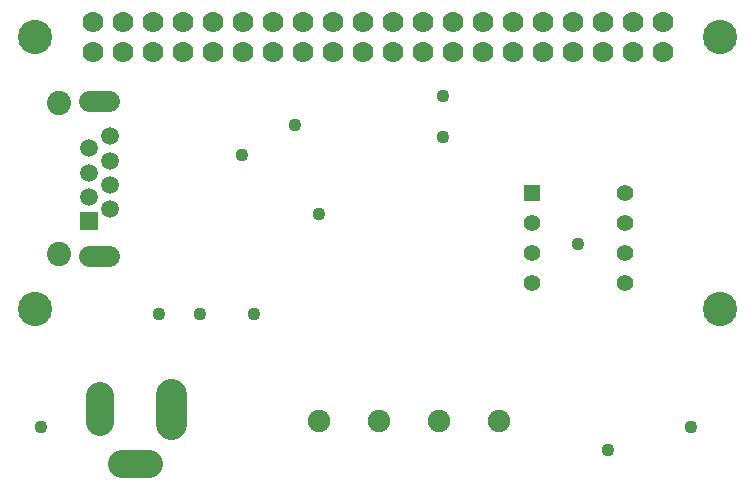
<source format=gbr>
G04 EAGLE Gerber RS-274X export*
G75*
%MOMM*%
%FSLAX34Y34*%
%LPD*%
%INSoldermask Bottom*%
%IPPOS*%
%AMOC8*
5,1,8,0,0,1.08239X$1,22.5*%
G01*
%ADD10C,2.901600*%
%ADD11C,1.778000*%
%ADD12R,1.389600X1.389600*%
%ADD13C,1.389600*%
%ADD14C,1.801600*%
%ADD15C,2.051600*%
%ADD16C,1.509600*%
%ADD17R,1.509600X1.509600*%
%ADD18C,2.601600*%
%ADD19C,2.351600*%
%ADD20C,1.901600*%
%ADD21C,1.108000*%


D10*
X35000Y35000D03*
X35000Y265000D03*
X615000Y265000D03*
X615000Y35000D03*
D11*
X83700Y252300D03*
X83700Y277700D03*
X109100Y252300D03*
X109100Y277700D03*
X134500Y252300D03*
X134500Y277700D03*
X159900Y252300D03*
X159900Y277700D03*
X185300Y252300D03*
X185300Y277700D03*
X210700Y252300D03*
X210700Y277700D03*
X236100Y252300D03*
X236100Y277700D03*
X261500Y252300D03*
X261500Y277700D03*
X286900Y252300D03*
X286900Y277700D03*
X312300Y252300D03*
X312300Y277700D03*
X337700Y252300D03*
X337700Y277700D03*
X363100Y252300D03*
X363100Y277700D03*
X388500Y252300D03*
X388500Y277700D03*
X413900Y252300D03*
X413900Y277700D03*
X439300Y252300D03*
X439300Y277700D03*
X464700Y252300D03*
X464700Y277700D03*
X490100Y252300D03*
X490100Y277700D03*
X515500Y252300D03*
X515500Y277700D03*
X540900Y252300D03*
X540900Y277700D03*
X566300Y252300D03*
X566300Y277700D03*
D12*
X455300Y133100D03*
D13*
X455300Y107700D03*
X455300Y82300D03*
X455300Y56900D03*
X534700Y56900D03*
X534700Y82300D03*
X534700Y107700D03*
X534700Y133100D03*
D14*
X97800Y79100D02*
X80800Y79100D01*
X80800Y210900D02*
X97800Y210900D01*
D15*
X55000Y209000D03*
X55000Y81000D03*
D16*
X98200Y180700D03*
X80400Y170500D03*
X98200Y160300D03*
X98200Y139900D03*
X98200Y119500D03*
X80400Y150100D03*
X80400Y129700D03*
D17*
X80400Y109300D03*
D18*
X150000Y-37500D02*
X150000Y-62500D01*
D19*
X90000Y-61250D02*
X90000Y-38750D01*
X108750Y-97000D02*
X131250Y-97000D01*
D20*
X275000Y-60000D03*
X325800Y-60000D03*
X376600Y-60000D03*
X427400Y-60000D03*
D21*
X140000Y30000D03*
X175000Y30000D03*
X220000Y30000D03*
X520000Y-85000D03*
X590000Y-65000D03*
X210000Y165000D03*
X380000Y215000D03*
X495000Y90000D03*
X40000Y-65000D03*
X275000Y115000D03*
X255000Y190000D03*
X380000Y180000D03*
M02*

</source>
